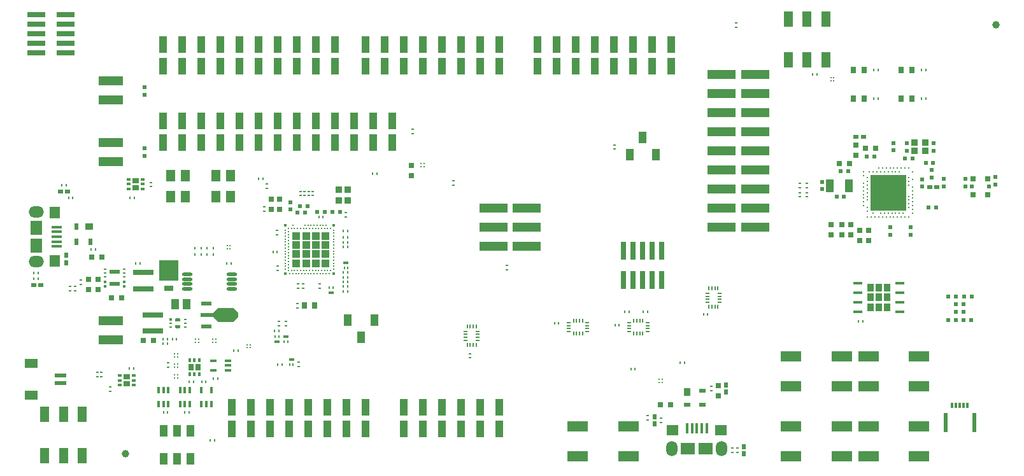
<source format=gtp>
G04*
G04 #@! TF.GenerationSoftware,Altium Limited,Altium Designer,21.4.1 (30)*
G04*
G04 Layer_Color=8421504*
%FSLAX24Y24*%
%MOIN*%
G70*
G04*
G04 #@! TF.SameCoordinates,5CBE21F3-A45B-47EA-B0B1-B143E6338599*
G04*
G04*
G04 #@! TF.FilePolarity,Positive*
G04*
G01*
G75*
%ADD32O,0.0787X0.0591*%
G04:AMPARAMS|DCode=33|XSize=43.3mil|YSize=39.4mil|CornerRadius=3mil|HoleSize=0mil|Usage=FLASHONLY|Rotation=180.000|XOffset=0mil|YOffset=0mil|HoleType=Round|Shape=RoundedRectangle|*
%AMROUNDEDRECTD33*
21,1,0.0433,0.0335,0,0,180.0*
21,1,0.0374,0.0394,0,0,180.0*
1,1,0.0059,-0.0187,0.0167*
1,1,0.0059,0.0187,0.0167*
1,1,0.0059,0.0187,-0.0167*
1,1,0.0059,-0.0187,-0.0167*
%
%ADD33ROUNDEDRECTD33*%
%ADD34O,0.0591X0.0787*%
%ADD35R,0.0551X0.0197*%
%ADD36R,0.0138X0.0098*%
%ADD37R,0.0138X0.0118*%
%ADD38R,0.0366X0.0445*%
%ADD39R,0.0138X0.0098*%
%ADD40R,0.0138X0.0138*%
%ADD41R,0.0315X0.0118*%
%ADD42R,0.0197X0.0148*%
%ADD43R,0.0197X0.0236*%
%ADD44R,0.0256X0.0197*%
%ADD45R,0.0138X0.0059*%
%ADD46R,0.0108X0.0118*%
%ADD47R,0.0500X0.0300*%
%ADD48R,0.1000X0.1051*%
%ADD49R,0.0394X0.0630*%
%ADD50O,0.0551X0.0177*%
%ADD51C,0.0087*%
%ADD52O,0.0071X0.0240*%
%ADD53O,0.0240X0.0071*%
%ADD54R,0.0453X0.0177*%
%ADD55R,0.1083X0.0551*%
%ADD56R,0.0217X0.0236*%
%ADD57R,0.1252X0.0500*%
%ADD58R,0.0118X0.0315*%
%ADD59R,0.0236X0.1024*%
%ADD60R,0.0335X0.0236*%
%ADD61R,0.0335X0.0394*%
%ADD62R,0.0315X0.0295*%
%ADD63R,0.0472X0.0630*%
%ADD64R,0.1500X0.0500*%
%ADD65R,0.0402X0.0862*%
%ADD66R,0.0472X0.0787*%
%ADD67R,0.0236X0.0335*%
%ADD68R,0.0394X0.0335*%
%ADD69R,0.0531X0.0157*%
%ADD70R,0.0610X0.0748*%
%ADD71R,0.0551X0.0630*%
%ADD72C,0.0394*%
%ADD73R,0.0236X0.0197*%
%ADD74R,0.0299X0.0945*%
%ADD75R,0.0295X0.0315*%
%ADD76R,0.0709X0.0472*%
%ADD77R,0.0610X0.0236*%
%ADD78R,0.0098X0.0157*%
%ADD79R,0.0276X0.0157*%
%ADD80R,0.0138X0.0354*%
%ADD81R,0.0394X0.0709*%
%ADD82R,0.1909X0.1909*%
%ADD83C,0.0118*%
%ADD84R,0.0315X0.0295*%
%ADD85R,0.0228X0.0197*%
%ADD86R,0.0433X0.0551*%
%ADD87R,0.1063X0.0315*%
%ADD88R,0.0362X0.0280*%
%ADD89R,0.0217X0.0165*%
%ADD90R,0.0138X0.0059*%
%ADD91R,0.0138X0.0098*%
%ADD92R,0.0098X0.0142*%
%ADD93R,0.0300X0.0320*%
%ADD94R,0.0118X0.0106*%
%ADD95R,0.0280X0.0362*%
%ADD96R,0.0165X0.0217*%
%ADD97R,0.0106X0.0118*%
%ADD98C,0.0093*%
%ADD99R,0.0335X0.0374*%
%ADD100C,0.0098*%
%ADD101C,0.0167*%
%ADD102R,0.0551X0.0236*%
%ADD103R,0.0669X0.0236*%
%ADD104R,0.0197X0.0256*%
%ADD105R,0.0630X0.0551*%
%ADD106R,0.0748X0.0610*%
%ADD107R,0.0157X0.0531*%
%ADD108R,0.0945X0.0299*%
%ADD109R,0.0236X0.0217*%
%ADD110R,0.0354X0.0138*%
%ADD111R,0.0374X0.0335*%
G36*
X11334Y8518D02*
Y8282D01*
X11078Y8026D01*
X10291D01*
X10035Y8282D01*
Y8518D01*
X10291Y8774D01*
X11078D01*
X11334Y8518D01*
D02*
G37*
D32*
X765Y13799D02*
D03*
Y11201D02*
D03*
D33*
X15901Y11113D02*
D03*
X15389D02*
D03*
X14877D02*
D03*
X14366D02*
D03*
Y11585D02*
D03*
X14877D02*
D03*
X15389D02*
D03*
X15901D02*
D03*
X14366Y12058D02*
D03*
X14877D02*
D03*
X15389D02*
D03*
X15901D02*
D03*
X14366Y12530D02*
D03*
X14877D02*
D03*
X15389D02*
D03*
X15901D02*
D03*
D34*
X36626Y1400D02*
D03*
X34027D02*
D03*
D35*
X4860Y10655D02*
D03*
Y10025D02*
D03*
D36*
X4360Y10399D02*
D03*
Y10596D02*
D03*
Y10793D02*
D03*
X5360D02*
D03*
Y10596D02*
D03*
Y10399D02*
D03*
D37*
X5360Y9887D02*
D03*
Y10143D02*
D03*
X4360D02*
D03*
Y9887D02*
D03*
D38*
X45295Y8796D02*
D03*
Y9320D02*
D03*
Y9844D02*
D03*
X44850Y8796D02*
D03*
Y9320D02*
D03*
Y9844D02*
D03*
X44405Y8796D02*
D03*
Y9320D02*
D03*
Y9844D02*
D03*
D39*
X8544Y8157D02*
D03*
Y7960D02*
D03*
Y7763D02*
D03*
X7776D02*
D03*
Y7960D02*
D03*
D40*
Y8177D02*
D03*
D41*
X8160Y7783D02*
D03*
X8160Y8137D02*
D03*
D42*
X8160Y7758D02*
D03*
Y8162D02*
D03*
D43*
X49379Y15132D02*
D03*
Y15526D02*
D03*
X50937Y15631D02*
D03*
Y15238D02*
D03*
X14061Y14312D02*
D03*
Y13918D02*
D03*
X47718Y17407D02*
D03*
Y17013D02*
D03*
X46318Y17013D02*
D03*
Y17407D02*
D03*
X45468Y12989D02*
D03*
Y12595D02*
D03*
X46531Y12989D02*
D03*
Y12595D02*
D03*
X45606Y17015D02*
D03*
Y17408D02*
D03*
X41884Y15374D02*
D03*
Y14980D02*
D03*
X48256Y15133D02*
D03*
Y15527D02*
D03*
X47606Y16007D02*
D03*
Y15613D02*
D03*
X47132Y15115D02*
D03*
Y15509D02*
D03*
D44*
X47879Y15112D02*
D03*
X47505Y15112D02*
D03*
X609Y9967D02*
D03*
X983D02*
D03*
X44041Y17714D02*
D03*
X43667D02*
D03*
X2012Y14856D02*
D03*
X2386D02*
D03*
D45*
X5360Y10793D02*
D03*
Y10596D02*
D03*
Y10399D02*
D03*
X4360D02*
D03*
Y10596D02*
D03*
Y10793D02*
D03*
D46*
X5360Y10143D02*
D03*
Y9887D02*
D03*
X4360D02*
D03*
Y10143D02*
D03*
D47*
X7680Y9810D02*
D03*
D48*
Y10736D02*
D03*
D49*
X8809Y872D02*
D03*
X8120D02*
D03*
X7431D02*
D03*
Y2328D02*
D03*
X8120D02*
D03*
X8809D02*
D03*
X33189Y16797D02*
D03*
X31811D02*
D03*
X32500Y17703D02*
D03*
X17067Y8130D02*
D03*
X18445D02*
D03*
X17756Y7224D02*
D03*
D50*
X10981Y9766D02*
D03*
Y10022D02*
D03*
Y10278D02*
D03*
Y10534D02*
D03*
X8659Y9766D02*
D03*
Y10022D02*
D03*
Y10278D02*
D03*
Y10534D02*
D03*
D51*
X11937Y6687D02*
D03*
X11779D02*
D03*
X11937Y6845D02*
D03*
X11779D02*
D03*
X10899Y12029D02*
D03*
Y11871D02*
D03*
X10741Y12029D02*
D03*
Y11871D02*
D03*
X42340Y20817D02*
D03*
X42497D02*
D03*
X42340Y20660D02*
D03*
X42497D02*
D03*
X8149Y6211D02*
D03*
X7991D02*
D03*
X8149Y6369D02*
D03*
X7991D02*
D03*
X8149Y5656D02*
D03*
X7991D02*
D03*
X8149Y5814D02*
D03*
X7991D02*
D03*
X8149Y5101D02*
D03*
X7991D02*
D03*
X8149Y5259D02*
D03*
X7991D02*
D03*
X9991Y7119D02*
D03*
X10149D02*
D03*
X9991Y6961D02*
D03*
X10149D02*
D03*
X9101Y7119D02*
D03*
X9259D02*
D03*
X9101Y6961D02*
D03*
X9259D02*
D03*
D52*
X28874Y7435D02*
D03*
X29031D02*
D03*
X29189D02*
D03*
X29346D02*
D03*
Y8085D02*
D03*
X29189D02*
D03*
X29031D02*
D03*
X28874D02*
D03*
X36436Y9782D02*
D03*
X36279D02*
D03*
X36121D02*
D03*
X35964D02*
D03*
Y8818D02*
D03*
X36121D02*
D03*
X36279D02*
D03*
X36436D02*
D03*
X23776Y6828D02*
D03*
X23619D02*
D03*
X23461D02*
D03*
X23304D02*
D03*
Y7792D02*
D03*
X23461D02*
D03*
X23619D02*
D03*
X23776D02*
D03*
X32024Y8085D02*
D03*
X32181D02*
D03*
X32339D02*
D03*
X32496D02*
D03*
Y7435D02*
D03*
X32339D02*
D03*
X32181D02*
D03*
X32024D02*
D03*
D53*
X29592Y7524D02*
D03*
Y7681D02*
D03*
Y7839D02*
D03*
Y7996D02*
D03*
X28628D02*
D03*
Y7839D02*
D03*
Y7681D02*
D03*
Y7524D02*
D03*
X36525Y9064D02*
D03*
Y9221D02*
D03*
Y9379D02*
D03*
Y9536D02*
D03*
X35875D02*
D03*
Y9379D02*
D03*
Y9221D02*
D03*
Y9064D02*
D03*
X23215Y7074D02*
D03*
Y7231D02*
D03*
Y7389D02*
D03*
Y7546D02*
D03*
X23865D02*
D03*
Y7389D02*
D03*
Y7231D02*
D03*
Y7074D02*
D03*
X31778Y7524D02*
D03*
Y7681D02*
D03*
Y7839D02*
D03*
Y7996D02*
D03*
X32742D02*
D03*
Y7839D02*
D03*
Y7681D02*
D03*
Y7524D02*
D03*
D54*
X45941Y8570D02*
D03*
Y9070D02*
D03*
Y9570D02*
D03*
Y10070D02*
D03*
X43759Y8570D02*
D03*
Y9070D02*
D03*
Y9570D02*
D03*
Y10070D02*
D03*
D55*
X31759Y985D02*
D03*
Y2560D02*
D03*
X29101Y985D02*
D03*
Y2560D02*
D03*
X44307Y2560D02*
D03*
Y985D02*
D03*
X46964Y2560D02*
D03*
Y985D02*
D03*
X40267Y2560D02*
D03*
Y985D02*
D03*
X42924Y2560D02*
D03*
Y985D02*
D03*
X46964Y4657D02*
D03*
Y6232D02*
D03*
X44307Y4657D02*
D03*
Y6232D02*
D03*
X42924Y4657D02*
D03*
Y6232D02*
D03*
X40267Y4657D02*
D03*
Y6232D02*
D03*
D56*
X48900Y8947D02*
D03*
Y8553D02*
D03*
X6430Y20327D02*
D03*
Y19933D02*
D03*
X49290Y8553D02*
D03*
Y8947D02*
D03*
X6430Y16742D02*
D03*
Y17136D02*
D03*
D57*
X4650Y17429D02*
D03*
Y16429D02*
D03*
Y8090D02*
D03*
Y7090D02*
D03*
Y20657D02*
D03*
Y19657D02*
D03*
D58*
X49487Y3673D02*
D03*
X48700D02*
D03*
X48897D02*
D03*
X49094D02*
D03*
X49290D02*
D03*
D59*
X48346Y2767D02*
D03*
X49842D02*
D03*
D60*
X35611Y4445D02*
D03*
Y3697D02*
D03*
X34804D02*
D03*
D61*
Y4366D02*
D03*
D62*
X36466Y4706D02*
D03*
Y4175D02*
D03*
X43381Y13127D02*
D03*
Y12595D02*
D03*
X43667Y16769D02*
D03*
Y17300D02*
D03*
X13480Y14471D02*
D03*
Y13940D02*
D03*
X13037D02*
D03*
Y14471D02*
D03*
X20374Y16230D02*
D03*
Y15699D02*
D03*
X42367Y12595D02*
D03*
Y13127D02*
D03*
X42919Y12595D02*
D03*
Y13127D02*
D03*
X43844Y12310D02*
D03*
Y12841D02*
D03*
X3970Y9724D02*
D03*
Y10256D02*
D03*
X3500Y9724D02*
D03*
Y10256D02*
D03*
X44307Y12310D02*
D03*
Y12841D02*
D03*
D63*
X7775Y15711D02*
D03*
X8563Y14609D02*
D03*
X7775D02*
D03*
X10137D02*
D03*
X10925D02*
D03*
X8563Y15711D02*
D03*
X10137D02*
D03*
X10925D02*
D03*
D64*
X38375Y14000D02*
D03*
X36625D02*
D03*
X38375Y16000D02*
D03*
X36625D02*
D03*
X38375Y17000D02*
D03*
X36625D02*
D03*
X38375Y18000D02*
D03*
X36625D02*
D03*
X38375Y19000D02*
D03*
X36625D02*
D03*
X38375Y20000D02*
D03*
X36625D02*
D03*
X38375Y21000D02*
D03*
X36625D02*
D03*
Y15000D02*
D03*
X38375D02*
D03*
X36625Y13000D02*
D03*
X38375D02*
D03*
X26425Y12000D02*
D03*
X24675D02*
D03*
X26425Y13000D02*
D03*
X24675D02*
D03*
X26425Y14000D02*
D03*
X24675D02*
D03*
D65*
X31000Y21423D02*
D03*
Y22577D02*
D03*
X27000Y21423D02*
D03*
X30000D02*
D03*
X29000Y21423D02*
D03*
X34000Y21423D02*
D03*
X33000D02*
D03*
X27000Y22577D02*
D03*
X30000D02*
D03*
X29000D02*
D03*
X34000D02*
D03*
X33000D02*
D03*
X28000Y21423D02*
D03*
X32000D02*
D03*
X28000Y22577D02*
D03*
X32000D02*
D03*
X7400Y21423D02*
D03*
X13400D02*
D03*
X7400Y22577D02*
D03*
X13400D02*
D03*
X8400Y21423D02*
D03*
X9400Y21423D02*
D03*
X11400D02*
D03*
X12400D02*
D03*
X15400D02*
D03*
X16400D02*
D03*
X8400Y22577D02*
D03*
X9400D02*
D03*
X11400D02*
D03*
X12400D02*
D03*
X15400D02*
D03*
X16400D02*
D03*
X10400Y21423D02*
D03*
X14400Y21423D02*
D03*
X10400Y22577D02*
D03*
X14400D02*
D03*
X14000Y3577D02*
D03*
Y2423D02*
D03*
X18000Y3577D02*
D03*
X15000D02*
D03*
X16000Y3577D02*
D03*
X11000Y3577D02*
D03*
X12000D02*
D03*
X18000Y2423D02*
D03*
X15000D02*
D03*
X16000D02*
D03*
X11000D02*
D03*
X12000D02*
D03*
X17000Y3577D02*
D03*
X13000D02*
D03*
X17000Y2423D02*
D03*
X13000D02*
D03*
X23000Y3577D02*
D03*
X23000Y2423D02*
D03*
X25000Y3577D02*
D03*
X24000D02*
D03*
X21000D02*
D03*
X20000D02*
D03*
X25000Y2423D02*
D03*
X24000D02*
D03*
X21000D02*
D03*
X20000D02*
D03*
X22000Y3577D02*
D03*
Y2423D02*
D03*
X15400Y18577D02*
D03*
Y17423D02*
D03*
X16400Y18577D02*
D03*
Y17423D02*
D03*
X7400D02*
D03*
Y18577D02*
D03*
X11400D02*
D03*
Y17423D02*
D03*
X12400Y18577D02*
D03*
Y17423D02*
D03*
X10400Y18577D02*
D03*
Y17423D02*
D03*
X9400Y18577D02*
D03*
Y17423D02*
D03*
X8400D02*
D03*
Y18577D02*
D03*
X14400Y17423D02*
D03*
Y18577D02*
D03*
X13400Y17423D02*
D03*
Y18577D02*
D03*
X17400Y17423D02*
D03*
Y18577D02*
D03*
X18400Y17423D02*
D03*
Y18577D02*
D03*
X19400Y17423D02*
D03*
Y18577D02*
D03*
X23000Y22577D02*
D03*
X19000D02*
D03*
X23000Y21423D02*
D03*
X19000D02*
D03*
X24000Y22577D02*
D03*
X25000D02*
D03*
X20000D02*
D03*
X21000D02*
D03*
X18000D02*
D03*
X24000Y21423D02*
D03*
X25000D02*
D03*
X20000Y21423D02*
D03*
X21000Y21423D02*
D03*
X18000D02*
D03*
X22000Y22577D02*
D03*
Y21423D02*
D03*
D66*
X3160Y3193D02*
D03*
X1192D02*
D03*
X2176D02*
D03*
Y1027D02*
D03*
X1192D02*
D03*
X3160D02*
D03*
X40106Y23913D02*
D03*
X42074D02*
D03*
X41090D02*
D03*
Y21747D02*
D03*
X42074D02*
D03*
X40106D02*
D03*
D67*
X3600Y12226D02*
D03*
X2852D02*
D03*
Y13034D02*
D03*
D68*
X3521D02*
D03*
D69*
X1818Y12500D02*
D03*
Y12756D02*
D03*
Y13012D02*
D03*
Y12244D02*
D03*
Y11988D02*
D03*
D70*
X765Y12972D02*
D03*
Y12028D02*
D03*
D71*
X1730Y11240D02*
D03*
Y13760D02*
D03*
D72*
X50973Y23600D02*
D03*
X5411Y1120D02*
D03*
D73*
X49303Y8137D02*
D03*
X49697D02*
D03*
X47860Y14023D02*
D03*
X47466D02*
D03*
X42844Y15927D02*
D03*
X43238D02*
D03*
X44213Y16710D02*
D03*
X44607D02*
D03*
X14956Y14107D02*
D03*
X14563D02*
D03*
X15862Y13800D02*
D03*
X15468D02*
D03*
X16639Y13800D02*
D03*
X16246D02*
D03*
X14818Y13763D02*
D03*
X14425D02*
D03*
X46216Y16601D02*
D03*
X46610D02*
D03*
X42637Y14587D02*
D03*
X43031D02*
D03*
X48877Y8137D02*
D03*
X48483D02*
D03*
X47308Y16355D02*
D03*
X47702D02*
D03*
D74*
X33500Y10232D02*
D03*
X33000D02*
D03*
X32500D02*
D03*
X32000D02*
D03*
X31500D02*
D03*
X33500Y11768D02*
D03*
X33000D02*
D03*
X32500D02*
D03*
X32000D02*
D03*
X31500D02*
D03*
D75*
X4192Y11440D02*
D03*
X3660D02*
D03*
X33434Y3700D02*
D03*
X33966D02*
D03*
X42791Y16317D02*
D03*
X43322D02*
D03*
X44149Y17119D02*
D03*
X44681D02*
D03*
X5226Y9280D02*
D03*
X4694D02*
D03*
X6886Y7070D02*
D03*
X6354D02*
D03*
D76*
X484Y4203D02*
D03*
Y5857D02*
D03*
D77*
X2010Y4833D02*
D03*
Y5227D02*
D03*
D78*
X13268Y7264D02*
D03*
X13445D02*
D03*
X16093Y9843D02*
D03*
X16270D02*
D03*
X13907Y6988D02*
D03*
X13730D02*
D03*
X16880Y10866D02*
D03*
X17057D02*
D03*
X14021Y5782D02*
D03*
X14199D02*
D03*
D79*
X13356Y6988D02*
D03*
X16181Y9567D02*
D03*
X13819Y7264D02*
D03*
X16968Y11142D02*
D03*
X14110Y6058D02*
D03*
D80*
X9394Y3726D02*
D03*
X9650D02*
D03*
X9906D02*
D03*
Y4474D02*
D03*
X9394D02*
D03*
X8786Y4474D02*
D03*
X8530D02*
D03*
X8274D02*
D03*
Y3726D02*
D03*
X8530D02*
D03*
X8786D02*
D03*
X7666D02*
D03*
X7410D02*
D03*
X7154D02*
D03*
Y4474D02*
D03*
X7410D02*
D03*
X7666D02*
D03*
D81*
X42292Y15167D02*
D03*
X43276D02*
D03*
D82*
X45340Y14810D02*
D03*
D83*
X46423Y13530D02*
D03*
X46226D02*
D03*
X46029D02*
D03*
X45832D02*
D03*
X45635D02*
D03*
X45438D02*
D03*
X45242D02*
D03*
X45045D02*
D03*
X44848D02*
D03*
X44651D02*
D03*
X44454D02*
D03*
X44257D02*
D03*
X46620Y13727D02*
D03*
X46127D02*
D03*
X45931D02*
D03*
X45734D02*
D03*
X45537D02*
D03*
X45340D02*
D03*
X45143D02*
D03*
X44946D02*
D03*
X44553D02*
D03*
X44257Y13826D02*
D03*
X46620Y13924D02*
D03*
X46423Y14023D02*
D03*
X44257D02*
D03*
X46620Y14121D02*
D03*
X44060D02*
D03*
X46423Y14219D02*
D03*
X46620Y14318D02*
D03*
X44060D02*
D03*
X46423Y14416D02*
D03*
X44257D02*
D03*
X46620Y14515D02*
D03*
X44060D02*
D03*
X46423Y14613D02*
D03*
X44257D02*
D03*
X46620Y14712D02*
D03*
X44060D02*
D03*
X44257Y14810D02*
D03*
X46620Y14908D02*
D03*
X44060D02*
D03*
X44257Y15007D02*
D03*
X46620Y15105D02*
D03*
X44060D02*
D03*
X46423Y15204D02*
D03*
X44257D02*
D03*
X44060Y15302D02*
D03*
X46423Y15401D02*
D03*
X44257D02*
D03*
X46620Y15499D02*
D03*
X44257Y15597D02*
D03*
X44060Y15696D02*
D03*
X46423Y15597D02*
D03*
X46620Y15893D02*
D03*
X45931D02*
D03*
X45734D02*
D03*
X45537D02*
D03*
X45340D02*
D03*
X45143D02*
D03*
X44946D02*
D03*
X44749D02*
D03*
X44553D02*
D03*
X44356D02*
D03*
X44060D02*
D03*
X46423Y16090D02*
D03*
X46029D02*
D03*
X45832D02*
D03*
X45635D02*
D03*
X45438D02*
D03*
X45242D02*
D03*
X45045D02*
D03*
X44848D02*
D03*
X46226D02*
D03*
D84*
X49793Y14711D02*
D03*
Y15518D02*
D03*
X50541D02*
D03*
Y14711D02*
D03*
D85*
X49710Y15115D02*
D03*
X50623D02*
D03*
D86*
X8605Y8970D02*
D03*
X8015D02*
D03*
D87*
X6850Y8413D02*
D03*
Y7547D02*
D03*
X6340Y9777D02*
D03*
Y10643D02*
D03*
D88*
X5480Y4783D02*
D03*
Y5157D02*
D03*
X5950Y15437D02*
D03*
Y15063D02*
D03*
D89*
X5852Y5226D02*
D03*
Y4970D02*
D03*
Y4714D02*
D03*
X5108D02*
D03*
Y4970D02*
D03*
Y5226D02*
D03*
X5578Y15506D02*
D03*
Y15250D02*
D03*
Y14994D02*
D03*
X6322D02*
D03*
Y15250D02*
D03*
Y15506D02*
D03*
D90*
X8544Y8157D02*
D03*
Y7960D02*
D03*
Y7763D02*
D03*
X7776D02*
D03*
Y7960D02*
D03*
D91*
Y8177D02*
D03*
D92*
X10010Y11553D02*
D03*
Y11884D02*
D03*
X9370D02*
D03*
Y11553D02*
D03*
X9050Y11884D02*
D03*
Y11553D02*
D03*
X9690Y11884D02*
D03*
Y11553D02*
D03*
D93*
X46033Y19727D02*
D03*
X46583D02*
D03*
X15330Y8888D02*
D03*
X14780D02*
D03*
X44083Y21227D02*
D03*
X43533D02*
D03*
X46583D02*
D03*
X46033D02*
D03*
X44083Y19727D02*
D03*
X43533D02*
D03*
D94*
X40710Y15302D02*
D03*
Y15078D02*
D03*
X12687Y13835D02*
D03*
Y14059D02*
D03*
X14409Y9000D02*
D03*
Y8776D02*
D03*
X22589Y15213D02*
D03*
Y15437D02*
D03*
X14449Y9789D02*
D03*
Y10014D02*
D03*
X16949Y13530D02*
D03*
Y13754D02*
D03*
X13362Y12820D02*
D03*
Y12595D02*
D03*
X15576Y10014D02*
D03*
Y9790D02*
D03*
X14730Y10014D02*
D03*
Y9790D02*
D03*
X13372Y10950D02*
D03*
Y10725D02*
D03*
X15235Y14874D02*
D03*
Y14649D02*
D03*
X15015Y14874D02*
D03*
Y14649D02*
D03*
X14575Y14874D02*
D03*
Y14649D02*
D03*
X14795Y14874D02*
D03*
Y14649D02*
D03*
X13455Y8055D02*
D03*
Y7831D02*
D03*
X13819Y7831D02*
D03*
Y8055D02*
D03*
X41070Y15078D02*
D03*
Y15302D02*
D03*
X20460Y18132D02*
D03*
Y17908D02*
D03*
X40710Y14812D02*
D03*
Y14588D02*
D03*
X41070Y14812D02*
D03*
Y14588D02*
D03*
X14500Y5922D02*
D03*
Y5698D02*
D03*
X4630Y4632D02*
D03*
Y4408D02*
D03*
X12830Y15252D02*
D03*
Y15028D02*
D03*
X3939Y5382D02*
D03*
Y5158D02*
D03*
X4149D02*
D03*
Y5382D02*
D03*
X3090Y9998D02*
D03*
Y10222D02*
D03*
X2800Y9668D02*
D03*
Y9892D02*
D03*
X25400Y10758D02*
D03*
Y10982D02*
D03*
X37173Y1433D02*
D03*
Y1209D02*
D03*
X6740Y15342D02*
D03*
Y15118D02*
D03*
X37400Y23478D02*
D03*
Y23702D02*
D03*
X31020Y17312D02*
D03*
Y17088D02*
D03*
X2520Y9678D02*
D03*
Y9902D02*
D03*
X32765Y3137D02*
D03*
Y2913D02*
D03*
X37443Y1433D02*
D03*
Y1209D02*
D03*
X36076Y4428D02*
D03*
Y4653D02*
D03*
X33463Y2778D02*
D03*
Y3003D02*
D03*
X23460Y6372D02*
D03*
Y6148D02*
D03*
X7650Y5678D02*
D03*
Y5902D02*
D03*
D95*
X8849Y5652D02*
D03*
X9223D02*
D03*
D96*
X9292Y5280D02*
D03*
X9036D02*
D03*
X8780D02*
D03*
Y6024D02*
D03*
X9036D02*
D03*
X9292D02*
D03*
D97*
X18352Y15807D02*
D03*
X18577D02*
D03*
X13366Y11684D02*
D03*
X13141D02*
D03*
X17041Y12462D02*
D03*
X16817D02*
D03*
X17041Y10640D02*
D03*
X16817D02*
D03*
X13449Y7549D02*
D03*
X13224D02*
D03*
X15540Y13514D02*
D03*
X15765D02*
D03*
X17041Y9882D02*
D03*
X16817D02*
D03*
X17041Y9646D02*
D03*
X16817D02*
D03*
X16817Y11950D02*
D03*
X17041D02*
D03*
Y12792D02*
D03*
X16817D02*
D03*
X17041Y12212D02*
D03*
X16817D02*
D03*
X17041Y10354D02*
D03*
X16817D02*
D03*
X17041Y10118D02*
D03*
X16817D02*
D03*
X12388Y15520D02*
D03*
X12612D02*
D03*
X34672Y5890D02*
D03*
X34448D02*
D03*
X31772Y8560D02*
D03*
X31548D02*
D03*
X32528D02*
D03*
X32752D02*
D03*
X13398Y5810D02*
D03*
X13622D02*
D03*
X10092Y1820D02*
D03*
X9868D02*
D03*
X11312Y6540D02*
D03*
X11088D02*
D03*
X5841Y5591D02*
D03*
X5616D02*
D03*
X7878Y7120D02*
D03*
X8102D02*
D03*
X7388Y7120D02*
D03*
X7612D02*
D03*
X616Y10590D02*
D03*
X841D02*
D03*
X32100Y5561D02*
D03*
X31876D02*
D03*
X47311Y19727D02*
D03*
X47086D02*
D03*
X44821D02*
D03*
X44596D02*
D03*
X47311Y21227D02*
D03*
X47086D02*
D03*
X44821D02*
D03*
X44596D02*
D03*
X5872Y14540D02*
D03*
X5648D02*
D03*
X41398Y20990D02*
D03*
X41622D02*
D03*
X8528Y3310D02*
D03*
X8752D02*
D03*
X10028Y5070D02*
D03*
X10252D02*
D03*
X9408Y4890D02*
D03*
X9632D02*
D03*
X7408Y3310D02*
D03*
X7632D02*
D03*
X7398Y6900D02*
D03*
X7622D02*
D03*
X10952Y11100D02*
D03*
X10728D02*
D03*
X5958D02*
D03*
X6182D02*
D03*
X2084Y15197D02*
D03*
X2308D02*
D03*
X616Y10310D02*
D03*
X841D02*
D03*
X3634Y11840D02*
D03*
X3858D02*
D03*
X2662Y14520D02*
D03*
X2438D02*
D03*
X35902Y8430D02*
D03*
X35678D02*
D03*
X43788Y8050D02*
D03*
X44012D02*
D03*
X31262Y7860D02*
D03*
X31038D02*
D03*
X28102Y7950D02*
D03*
X27878D02*
D03*
X8972Y4890D02*
D03*
X8748D02*
D03*
D98*
X21043Y16319D02*
D03*
Y16161D02*
D03*
X20886Y16319D02*
D03*
Y16161D02*
D03*
X33514Y5030D02*
D03*
Y4872D02*
D03*
X33356Y5030D02*
D03*
Y4872D02*
D03*
D99*
X17037Y14951D02*
D03*
X16585D02*
D03*
Y14380D02*
D03*
X17037D02*
D03*
D100*
X13952Y12137D02*
D03*
Y10877D02*
D03*
X15921Y13081D02*
D03*
X16078Y10562D02*
D03*
X15921D02*
D03*
X16157Y10719D02*
D03*
Y12924D02*
D03*
X13795Y10798D02*
D03*
X15763Y10562D02*
D03*
X15606D02*
D03*
X15448D02*
D03*
X15291D02*
D03*
X15133D02*
D03*
X14976D02*
D03*
X14818D02*
D03*
X14661D02*
D03*
X14503D02*
D03*
X14346D02*
D03*
X14188D02*
D03*
X14031D02*
D03*
X16000Y10719D02*
D03*
X15842D02*
D03*
X15685D02*
D03*
X15527D02*
D03*
X15370D02*
D03*
X15212D02*
D03*
X15055D02*
D03*
X14897D02*
D03*
X14740D02*
D03*
X14582D02*
D03*
X14425D02*
D03*
X14267D02*
D03*
X14110D02*
D03*
X13952D02*
D03*
Y11034D02*
D03*
X13795Y10955D02*
D03*
Y11113D02*
D03*
X13952Y11192D02*
D03*
X16314Y11270D02*
D03*
X13795D02*
D03*
X13952Y11349D02*
D03*
X16314Y11428D02*
D03*
X13795D02*
D03*
X13952Y11507D02*
D03*
X16314Y11585D02*
D03*
X13795D02*
D03*
X13952Y11664D02*
D03*
X16314Y11743D02*
D03*
X13795D02*
D03*
X13952Y11822D02*
D03*
X16314Y11900D02*
D03*
X13795D02*
D03*
X13952Y11979D02*
D03*
X16314Y12058D02*
D03*
X13795D02*
D03*
X16314Y12215D02*
D03*
X13795D02*
D03*
X13952Y12294D02*
D03*
X16314Y12373D02*
D03*
X13795D02*
D03*
X13952Y12451D02*
D03*
X16314Y12530D02*
D03*
X13795D02*
D03*
X13952Y12609D02*
D03*
X16314Y12688D02*
D03*
X13795D02*
D03*
X13952Y12766D02*
D03*
X16314Y12845D02*
D03*
X13795D02*
D03*
X15527Y12924D02*
D03*
X15370D02*
D03*
X15212D02*
D03*
X15055D02*
D03*
X14897D02*
D03*
X14740D02*
D03*
X14582D02*
D03*
X14425D02*
D03*
X14267D02*
D03*
X14110D02*
D03*
X13952D02*
D03*
X15763Y13081D02*
D03*
X15606D02*
D03*
X15448D02*
D03*
X15291D02*
D03*
X15133D02*
D03*
X14976D02*
D03*
X14818D02*
D03*
X14188D02*
D03*
X15685Y12924D02*
D03*
X15842D02*
D03*
X16000D02*
D03*
X16314Y11113D02*
D03*
Y10955D02*
D03*
Y10798D02*
D03*
D101*
X13795Y13081D02*
D03*
Y10562D02*
D03*
X16314D02*
D03*
Y13081D02*
D03*
D102*
X9641Y8991D02*
D03*
Y7809D02*
D03*
D103*
X9700Y8400D02*
D03*
D104*
X37773Y1134D02*
D03*
Y1508D02*
D03*
X33113Y3077D02*
D03*
Y2703D02*
D03*
X36856Y4737D02*
D03*
Y4363D02*
D03*
X2336Y11143D02*
D03*
Y11517D02*
D03*
D105*
X34067Y2365D02*
D03*
X36586D02*
D03*
D106*
X35799Y1400D02*
D03*
X34854D02*
D03*
D107*
X35838Y2454D02*
D03*
X35582D02*
D03*
X34815D02*
D03*
X35071D02*
D03*
X35326D02*
D03*
D108*
X2298Y24140D02*
D03*
Y23640D02*
D03*
Y23140D02*
D03*
Y22640D02*
D03*
Y22140D02*
D03*
X762Y24140D02*
D03*
Y23640D02*
D03*
Y23140D02*
D03*
Y22640D02*
D03*
Y22140D02*
D03*
D109*
X48492Y9370D02*
D03*
X48885D02*
D03*
X49705D02*
D03*
X49312D02*
D03*
D110*
X10026Y5494D02*
D03*
Y6006D02*
D03*
X10774D02*
D03*
Y5750D02*
D03*
Y5494D02*
D03*
D111*
X46732Y16983D02*
D03*
Y17436D02*
D03*
X47303D02*
D03*
Y16983D02*
D03*
M02*

</source>
